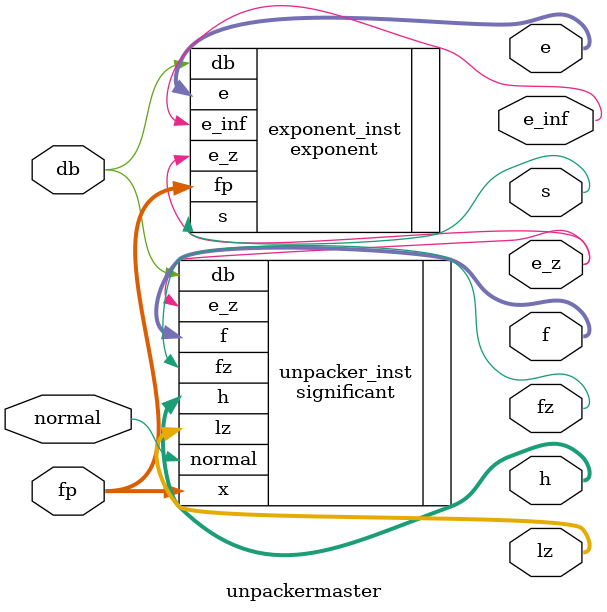
<source format=sv>
module unpackermaster(
    input [63:0] fp,
    input db,
    input normal,
    output reg         e_inf,
    output reg         e_z,
    output reg [10:0]  e,
    output reg s,
    output reg [5:0] lz,
    output reg [52:0] f,
    output reg fz,
    output reg [51:0] h  
);

exponent exponent_inst(
    .fp(fp),
    .db(db),
    .e_inf(e_inf),
    .e_z(e_z),
    .e(e),
    .s(s)
);

significant unpacker_inst(
    .db(db),
    .x(fp),
    .e_z(e_z),
    .normal(normal),
    .lz(lz),
    .f(f),
    .fz(fz),
    .h(h)
);


endmodule

</source>
